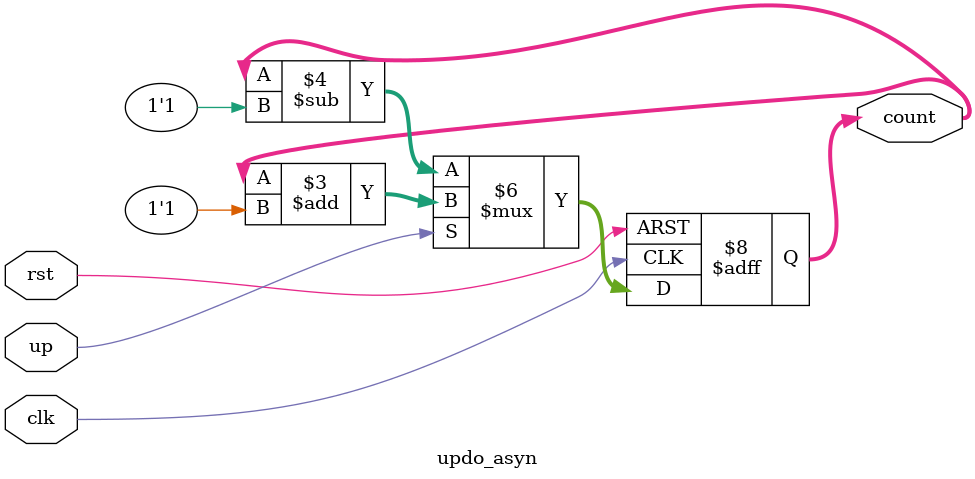
<source format=v>
module updo_asyn(
        input clk, rst, up,
        output reg [3:0] count);

  always @(posedge clk or negedge rst) begin
    if (rst == 0) begin
      count <= 4'b0;
    end
    else begin
      if (up)
        count <= count + 1'b1;
      else
        count <= count - 1'b1;
    end
  end
endmodule

</source>
